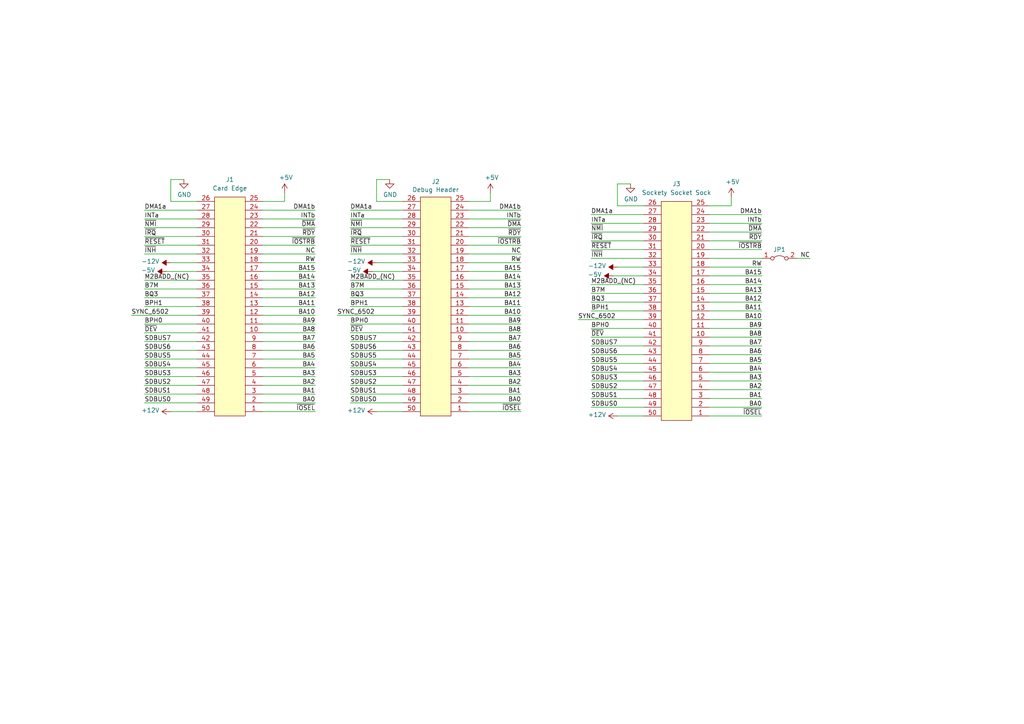
<source format=kicad_sch>
(kicad_sch (version 20231120) (generator "eeschema") (generator_version "8.0")
  (paper "A4")
  (lib_symbols
    (symbol "Jumper:Jumper_2_Bridged" (pin_names (offset 0) hide)
      (property "Reference" "JP" (at 0 1.905 0))
      (property "Value" "Jumper_2_Bridged" (at 0 -2.54 0))
      (symbol "Jumper_2_Bridged_0_0"
        (circle (center -2.032 0) (radius 0.508))
        (circle (center 2.032 0) (radius 0.508))
      )
      (symbol "Jumper_2_Bridged_0_1"
        (arc (start 1.524 0.254) (mid 0 0.762) (end -1.524 0.254))
      )
      (symbol "Jumper_2_Bridged_1_1"
        (pin passive line (at -5.08 0 0) (length 2.54) (name "A") (number "1"))
        (pin passive line (at 5.08 0 180) (length 2.54) (name "B") (number "2"))
      )
    )
    (symbol "Mega IIe Rev3 Symbols:Apple_II_Slot" (pin_names (offset 1.016))
      (property "Reference" "J10" (at 0.635 34.925 0))
      (property "Value" "Apple_II_Slot" (at 0.635 32.6136 0))
      (symbol "Apple_II_Slot_0_0"
        (rectangle (start -3.81 30.48) (end 5.08 -33.02) (fill (type background)))
      )
      (symbol "Apple_II_Slot_1_1"
        (pin bidirectional line (at 10.16 -31.75 180) (length 5.08) (name "~") (number "1"))
        (pin bidirectional line (at 10.16 -8.89 180) (length 5.08) (name "~") (number "10"))
        (pin bidirectional line (at 10.16 -6.35 180) (length 5.08) (name "~") (number "11"))
        (pin bidirectional line (at 10.16 -3.81 180) (length 5.08) (name "~") (number "12"))
        (pin bidirectional line (at 10.16 -1.27 180) (length 5.08) (name "~") (number "13"))
        (pin bidirectional line (at 10.16 1.27 180) (length 5.08) (name "~") (number "14"))
        (pin bidirectional line (at 10.16 3.81 180) (length 5.08) (name "~") (number "15"))
        (pin bidirectional line (at 10.16 6.35 180) (length 5.08) (name "~") (number "16"))
        (pin bidirectional line (at 10.16 8.89 180) (length 5.08) (name "~") (number "17"))
        (pin bidirectional line (at 10.16 11.43 180) (length 5.08) (name "~") (number "18"))
        (pin bidirectional line (at 10.16 13.97 180) (length 5.08) (name "~") (number "19"))
        (pin bidirectional line (at 10.16 -29.21 180) (length 5.08) (name "~") (number "2"))
        (pin bidirectional line (at 10.16 16.51 180) (length 5.08) (name "~") (number "20"))
        (pin bidirectional line (at 10.16 19.05 180) (length 5.08) (name "~") (number "21"))
        (pin bidirectional line (at 10.16 21.59 180) (length 5.08) (name "~") (number "22"))
        (pin bidirectional line (at 10.16 24.13 180) (length 5.08) (name "~") (number "23"))
        (pin bidirectional line (at 10.16 26.67 180) (length 5.08) (name "~") (number "24"))
        (pin bidirectional line (at 10.16 29.21 180) (length 5.08) (name "~") (number "25"))
        (pin bidirectional line (at -8.89 29.21 0) (length 5.08) (name "~") (number "26"))
        (pin bidirectional line (at -8.89 26.67 0) (length 5.08) (name "~") (number "27"))
        (pin bidirectional line (at -8.89 24.13 0) (length 5.08) (name "~") (number "28"))
        (pin bidirectional line (at -8.89 21.59 0) (length 5.08) (name "~") (number "29"))
        (pin bidirectional line (at 10.16 -26.67 180) (length 5.08) (name "~") (number "3"))
        (pin bidirectional line (at -8.89 19.05 0) (length 5.08) (name "") (number "30"))
        (pin bidirectional line (at -8.89 16.51 0) (length 5.08) (name "~") (number "31"))
        (pin bidirectional line (at -8.89 13.97 0) (length 5.08) (name "~") (number "32"))
        (pin bidirectional line (at -8.89 11.43 0) (length 5.08) (name "~") (number "33"))
        (pin bidirectional line (at -8.89 8.89 0) (length 5.08) (name "~") (number "34"))
        (pin bidirectional line (at -8.89 6.35 0) (length 5.08) (name "~") (number "35"))
        (pin bidirectional line (at -8.89 3.81 0) (length 5.08) (name "~") (number "36"))
        (pin bidirectional line (at -8.89 1.27 0) (length 5.08) (name "~") (number "37"))
        (pin bidirectional line (at -8.89 -1.27 0) (length 5.08) (name "~") (number "38"))
        (pin bidirectional line (at -8.89 -3.81 0) (length 5.08) (name "~") (number "39"))
        (pin bidirectional line (at 10.16 -24.13 180) (length 5.08) (name "~") (number "4"))
        (pin bidirectional line (at -8.89 -6.35 0) (length 5.08) (name "~") (number "40"))
        (pin bidirectional line (at -8.89 -8.89 0) (length 5.08) (name "~") (number "41"))
        (pin bidirectional line (at -8.89 -11.43 0) (length 5.08) (name "~") (number "42"))
        (pin bidirectional line (at -8.89 -13.97 0) (length 5.08) (name "~") (number "43"))
        (pin bidirectional line (at -8.89 -16.51 0) (length 5.08) (name "~") (number "44"))
        (pin bidirectional line (at -8.89 -19.05 0) (length 5.08) (name "~") (number "45"))
        (pin bidirectional line (at -8.89 -21.59 0) (length 5.08) (name "~") (number "46"))
        (pin bidirectional line (at -8.89 -24.13 0) (length 5.08) (name "~") (number "47"))
        (pin bidirectional line (at -8.89 -26.67 0) (length 5.08) (name "~") (number "48"))
        (pin bidirectional line (at -8.89 -29.21 0) (length 5.08) (name "~") (number "49"))
        (pin bidirectional line (at 10.16 -21.59 180) (length 5.08) (name "~") (number "5"))
        (pin bidirectional line (at -8.89 -31.75 0) (length 5.08) (name "~") (number "50"))
        (pin bidirectional line (at 10.16 -19.05 180) (length 5.08) (name "~") (number "6"))
        (pin bidirectional line (at 10.16 -16.51 180) (length 5.08) (name "~") (number "7"))
        (pin bidirectional line (at 10.16 -13.97 180) (length 5.08) (name "~") (number "8"))
        (pin bidirectional line (at 10.16 -11.43 180) (length 5.08) (name "~") (number "9"))
      )
    )
    (symbol "My Library:Apple_II_Slot" (pin_names (offset 1.016))
      (property "Reference" "J10" (at 0.635 34.925 0))
      (property "Value" "Apple_II_Slot" (at 0.635 32.6136 0))
      (symbol "Apple_II_Slot_0_0"
        (rectangle (start -3.81 30.48) (end 5.08 -33.02) (fill (type background)))
      )
      (symbol "Apple_II_Slot_1_1"
        (pin bidirectional line (at 10.16 -31.75 180) (length 5.08) (name "~") (number "1"))
        (pin bidirectional line (at 10.16 -8.89 180) (length 5.08) (name "~") (number "10"))
        (pin bidirectional line (at 10.16 -6.35 180) (length 5.08) (name "~") (number "11"))
        (pin bidirectional line (at 10.16 -3.81 180) (length 5.08) (name "~") (number "12"))
        (pin bidirectional line (at 10.16 -1.27 180) (length 5.08) (name "~") (number "13"))
        (pin bidirectional line (at 10.16 1.27 180) (length 5.08) (name "~") (number "14"))
        (pin bidirectional line (at 10.16 3.81 180) (length 5.08) (name "~") (number "15"))
        (pin bidirectional line (at 10.16 6.35 180) (length 5.08) (name "~") (number "16"))
        (pin bidirectional line (at 10.16 8.89 180) (length 5.08) (name "~") (number "17"))
        (pin bidirectional line (at 10.16 11.43 180) (length 5.08) (name "~") (number "18"))
        (pin bidirectional line (at 10.16 13.97 180) (length 5.08) (name "~") (number "19"))
        (pin bidirectional line (at 10.16 -29.21 180) (length 5.08) (name "~") (number "2"))
        (pin bidirectional line (at 10.16 16.51 180) (length 5.08) (name "~") (number "20"))
        (pin bidirectional line (at 10.16 19.05 180) (length 5.08) (name "~") (number "21"))
        (pin bidirectional line (at 10.16 21.59 180) (length 5.08) (name "~") (number "22"))
        (pin bidirectional line (at 10.16 24.13 180) (length 5.08) (name "~") (number "23"))
        (pin bidirectional line (at 10.16 26.67 180) (length 5.08) (name "~") (number "24"))
        (pin bidirectional line (at 10.16 29.21 180) (length 5.08) (name "~") (number "25"))
        (pin bidirectional line (at -8.89 29.21 0) (length 5.08) (name "~") (number "26"))
        (pin bidirectional line (at -8.89 26.67 0) (length 5.08) (name "~") (number "27"))
        (pin bidirectional line (at -8.89 24.13 0) (length 5.08) (name "~") (number "28"))
        (pin bidirectional line (at -8.89 21.59 0) (length 5.08) (name "~") (number "29"))
        (pin bidirectional line (at 10.16 -26.67 180) (length 5.08) (name "~") (number "3"))
        (pin bidirectional line (at -8.89 19.05 0) (length 5.08) (name "") (number "30"))
        (pin bidirectional line (at -8.89 16.51 0) (length 5.08) (name "~") (number "31"))
        (pin bidirectional line (at -8.89 13.97 0) (length 5.08) (name "~") (number "32"))
        (pin bidirectional line (at -8.89 11.43 0) (length 5.08) (name "~") (number "33"))
        (pin bidirectional line (at -8.89 8.89 0) (length 5.08) (name "~") (number "34"))
        (pin bidirectional line (at -8.89 6.35 0) (length 5.08) (name "~") (number "35"))
        (pin bidirectional line (at -8.89 3.81 0) (length 5.08) (name "~") (number "36"))
        (pin bidirectional line (at -8.89 1.27 0) (length 5.08) (name "~") (number "37"))
        (pin bidirectional line (at -8.89 -1.27 0) (length 5.08) (name "~") (number "38"))
        (pin bidirectional line (at -8.89 -3.81 0) (length 5.08) (name "~") (number "39"))
        (pin bidirectional line (at 10.16 -24.13 180) (length 5.08) (name "~") (number "4"))
        (pin bidirectional line (at -8.89 -6.35 0) (length 5.08) (name "~") (number "40"))
        (pin bidirectional line (at -8.89 -8.89 0) (length 5.08) (name "~") (number "41"))
        (pin bidirectional line (at -8.89 -11.43 0) (length 5.08) (name "~") (number "42"))
        (pin bidirectional line (at -8.89 -13.97 0) (length 5.08) (name "~") (number "43"))
        (pin bidirectional line (at -8.89 -16.51 0) (length 5.08) (name "~") (number "44"))
        (pin bidirectional line (at -8.89 -19.05 0) (length 5.08) (name "~") (number "45"))
        (pin bidirectional line (at -8.89 -21.59 0) (length 5.08) (name "~") (number "46"))
        (pin bidirectional line (at -8.89 -24.13 0) (length 5.08) (name "~") (number "47"))
        (pin bidirectional line (at -8.89 -26.67 0) (length 5.08) (name "~") (number "48"))
        (pin bidirectional line (at -8.89 -29.21 0) (length 5.08) (name "~") (number "49"))
        (pin bidirectional line (at 10.16 -21.59 180) (length 5.08) (name "~") (number "5"))
        (pin bidirectional line (at -8.89 -31.75 0) (length 5.08) (name "~") (number "50"))
        (pin bidirectional line (at 10.16 -19.05 180) (length 5.08) (name "~") (number "6"))
        (pin bidirectional line (at 10.16 -16.51 180) (length 5.08) (name "~") (number "7"))
        (pin bidirectional line (at 10.16 -13.97 180) (length 5.08) (name "~") (number "8"))
        (pin bidirectional line (at 10.16 -11.43 180) (length 5.08) (name "~") (number "9"))
      )
    )
    (symbol "power:+12V" (power) (pin_names (offset 0))
      (property "Value" "+12V" (at 0 3.556 0))
      (symbol "+12V_0_1"
        (polyline (pts (xy -0.762 1.27) (xy 0 2.54)))
        (polyline (pts (xy 0 0) (xy 0 2.54)))
        (polyline (pts (xy 0 2.54) (xy 0.762 1.27)))
      )
      (symbol "+12V_1_1"
        (pin power_in line (at 0 0 90) (length 0) hide (name "+12V") (number "1"))
      )
    )
    (symbol "power:+5V" (power) (pin_names (offset 0))
      (property "Value" "+5V" (at 0 3.556 0))
      (symbol "+5V_0_1"
        (polyline (pts (xy -0.762 1.27) (xy 0 2.54)))
        (polyline (pts (xy 0 0) (xy 0 2.54)))
        (polyline (pts (xy 0 2.54) (xy 0.762 1.27)))
      )
      (symbol "+5V_1_1"
        (pin power_in line (at 0 0 90) (length 0) hide (name "+5V") (number "1"))
      )
    )
    (symbol "power:-12V" (power) (pin_names (offset 0))
      (property "Value" "-12V" (at 0 3.81 0))
      (symbol "-12V_0_0"
        (pin power_in line (at 0 0 90) (length 0) hide (name "-12V") (number "1"))
      )
      (symbol "-12V_0_1"
        (polyline (pts (xy 0 0) (xy 0 1.27) (xy 0.762 1.27) (xy 0 2.54) (xy -0.762 1.27) (xy 0 1.27)) (fill (type outline)))
      )
    )
    (symbol "power:-5V" (power) (pin_names (offset 0))
      (property "Value" "-5V" (at 0 3.81 0))
      (symbol "-5V_0_0"
        (pin power_in line (at 0 0 90) (length 0) hide (name "-5V") (number "1"))
      )
      (symbol "-5V_0_1"
        (polyline (pts (xy 0 0) (xy 0 1.27) (xy 0.762 1.27) (xy 0 2.54) (xy -0.762 1.27) (xy 0 1.27)) (fill (type outline)))
      )
    )
    (symbol "power:GND" (power) (pin_names (offset 0))
      (property "Value" "GND" (at 0 -3.81 0))
      (symbol "GND_0_1"
        (polyline (pts (xy 0 0) (xy 0 -1.27) (xy 1.27 -1.27) (xy 0 -2.54) (xy -1.27 -1.27) (xy 0 -1.27)))
      )
      (symbol "GND_1_1"
        (pin power_in line (at 0 0 270) (length 0) hide (name "GND") (number "1"))
      )
    )
  )
  (wire (pts (xy 171.45 110.49) (xy 186.69 110.49)))
  (wire (pts (xy 76.2 114.3) (xy 91.44 114.3)))
  (wire (pts (xy 135.89 76.2) (xy 151.13 76.2)))
  (wire (pts (xy 205.74 105.41) (xy 220.98 105.41)))
  (wire (pts (xy 101.6 114.3) (xy 116.84 114.3)))
  (wire (pts (xy 76.2 66.04) (xy 91.44 66.04)))
  (wire (pts (xy 135.89 119.38) (xy 151.13 119.38)))
  (wire (pts (xy 57.15 66.04) (xy 41.91 66.04)))
  (wire (pts (xy 205.74 62.23) (xy 220.98 62.23)))
  (wire (pts (xy 101.6 101.6) (xy 116.84 101.6)))
  (wire (pts (xy 49.53 52.07) (xy 53.34 52.07)))
  (wire (pts (xy 76.2 81.28) (xy 91.44 81.28)))
  (wire (pts (xy 109.22 119.38) (xy 116.84 119.38)))
  (wire (pts (xy 171.45 100.33) (xy 186.69 100.33)))
  (wire (pts (xy 116.84 81.28) (xy 101.6 81.28)))
  (wire (pts (xy 142.24 55.88) (xy 142.24 58.42)))
  (wire (pts (xy 171.45 118.11) (xy 186.69 118.11)))
  (wire (pts (xy 41.91 99.06) (xy 57.15 99.06)))
  (wire (pts (xy 212.09 57.15) (xy 212.09 59.69)))
  (wire (pts (xy 231.14 74.93) (xy 234.95 74.93)))
  (wire (pts (xy 48.26 78.74) (xy 57.15 78.74)))
  (wire (pts (xy 186.69 72.39) (xy 171.45 72.39)))
  (wire (pts (xy 205.74 82.55) (xy 220.98 82.55)))
  (wire (pts (xy 205.74 102.87) (xy 220.98 102.87)))
  (wire (pts (xy 179.07 53.34) (xy 182.88 53.34)))
  (wire (pts (xy 171.45 97.79) (xy 186.69 97.79)))
  (wire (pts (xy 57.15 73.66) (xy 41.91 73.66)))
  (wire (pts (xy 205.74 115.57) (xy 220.98 115.57)))
  (wire (pts (xy 135.89 111.76) (xy 151.13 111.76)))
  (wire (pts (xy 109.22 52.07) (xy 113.03 52.07)))
  (wire (pts (xy 76.2 109.22) (xy 91.44 109.22)))
  (wire (pts (xy 171.45 115.57) (xy 186.69 115.57)))
  (wire (pts (xy 76.2 96.52) (xy 91.44 96.52)))
  (wire (pts (xy 186.69 69.85) (xy 171.45 69.85)))
  (wire (pts (xy 101.6 104.14) (xy 116.84 104.14)))
  (wire (pts (xy 135.89 88.9) (xy 151.13 88.9)))
  (wire (pts (xy 41.91 86.36) (xy 57.15 86.36)))
  (wire (pts (xy 101.6 111.76) (xy 116.84 111.76)))
  (wire (pts (xy 57.15 58.42) (xy 49.53 58.42)))
  (wire (pts (xy 171.45 62.23) (xy 186.69 62.23)))
  (wire (pts (xy 101.6 96.52) (xy 116.84 96.52)))
  (wire (pts (xy 76.2 88.9) (xy 91.44 88.9)))
  (wire (pts (xy 76.2 73.66) (xy 91.44 73.66)))
  (wire (pts (xy 41.91 93.98) (xy 57.15 93.98)))
  (wire (pts (xy 41.91 60.96) (xy 57.15 60.96)))
  (wire (pts (xy 76.2 83.82) (xy 91.44 83.82)))
  (wire (pts (xy 41.91 111.76) (xy 57.15 111.76)))
  (wire (pts (xy 49.53 58.42) (xy 49.53 52.07)))
  (wire (pts (xy 97.79 91.44) (xy 116.84 91.44)))
  (wire (pts (xy 76.2 104.14) (xy 91.44 104.14)))
  (wire (pts (xy 49.53 76.2) (xy 57.15 76.2)))
  (wire (pts (xy 135.89 114.3) (xy 151.13 114.3)))
  (wire (pts (xy 205.74 118.11) (xy 220.98 118.11)))
  (wire (pts (xy 205.74 87.63) (xy 220.98 87.63)))
  (wire (pts (xy 101.6 116.84) (xy 116.84 116.84)))
  (wire (pts (xy 57.15 68.58) (xy 41.91 68.58)))
  (wire (pts (xy 205.74 110.49) (xy 220.98 110.49)))
  (wire (pts (xy 101.6 99.06) (xy 116.84 99.06)))
  (wire (pts (xy 171.45 95.25) (xy 186.69 95.25)))
  (wire (pts (xy 41.91 88.9) (xy 57.15 88.9)))
  (wire (pts (xy 135.89 104.14) (xy 151.13 104.14)))
  (wire (pts (xy 57.15 83.82) (xy 41.91 83.82)))
  (wire (pts (xy 76.2 91.44) (xy 91.44 91.44)))
  (wire (pts (xy 135.89 93.98) (xy 151.13 93.98)))
  (wire (pts (xy 116.84 83.82) (xy 101.6 83.82)))
  (wire (pts (xy 135.89 106.68) (xy 151.13 106.68)))
  (wire (pts (xy 76.2 68.58) (xy 91.44 68.58)))
  (wire (pts (xy 101.6 60.96) (xy 116.84 60.96)))
  (wire (pts (xy 116.84 71.12) (xy 101.6 71.12)))
  (wire (pts (xy 205.74 69.85) (xy 220.98 69.85)))
  (wire (pts (xy 171.45 113.03) (xy 186.69 113.03)))
  (wire (pts (xy 101.6 93.98) (xy 116.84 93.98)))
  (wire (pts (xy 116.84 58.42) (xy 109.22 58.42)))
  (wire (pts (xy 135.89 109.22) (xy 151.13 109.22)))
  (wire (pts (xy 171.45 107.95) (xy 186.69 107.95)))
  (wire (pts (xy 205.74 64.77) (xy 220.98 64.77)))
  (wire (pts (xy 109.22 76.2) (xy 116.84 76.2)))
  (wire (pts (xy 171.45 102.87) (xy 186.69 102.87)))
  (wire (pts (xy 205.74 85.09) (xy 220.98 85.09)))
  (wire (pts (xy 205.74 67.31) (xy 220.98 67.31)))
  (wire (pts (xy 177.8 80.01) (xy 186.69 80.01)))
  (wire (pts (xy 41.91 101.6) (xy 57.15 101.6)))
  (wire (pts (xy 135.89 68.58) (xy 151.13 68.58)))
  (wire (pts (xy 76.2 101.6) (xy 91.44 101.6)))
  (wire (pts (xy 205.74 113.03) (xy 220.98 113.03)))
  (wire (pts (xy 186.69 82.55) (xy 171.45 82.55)))
  (wire (pts (xy 135.89 66.04) (xy 151.13 66.04)))
  (wire (pts (xy 76.2 119.38) (xy 91.44 119.38)))
  (wire (pts (xy 41.91 63.5) (xy 57.15 63.5)))
  (wire (pts (xy 82.55 55.88) (xy 82.55 58.42)))
  (wire (pts (xy 186.69 74.93) (xy 171.45 74.93)))
  (wire (pts (xy 116.84 73.66) (xy 101.6 73.66)))
  (wire (pts (xy 76.2 93.98) (xy 91.44 93.98)))
  (wire (pts (xy 135.89 81.28) (xy 151.13 81.28)))
  (wire (pts (xy 76.2 76.2) (xy 91.44 76.2)))
  (wire (pts (xy 205.74 92.71) (xy 220.98 92.71)))
  (wire (pts (xy 76.2 111.76) (xy 91.44 111.76)))
  (wire (pts (xy 205.74 77.47) (xy 220.98 77.47)))
  (wire (pts (xy 101.6 63.5) (xy 116.84 63.5)))
  (wire (pts (xy 205.74 97.79) (xy 220.98 97.79)))
  (wire (pts (xy 41.91 116.84) (xy 57.15 116.84)))
  (wire (pts (xy 135.89 101.6) (xy 151.13 101.6)))
  (wire (pts (xy 171.45 64.77) (xy 186.69 64.77)))
  (wire (pts (xy 76.2 78.74) (xy 91.44 78.74)))
  (wire (pts (xy 135.89 91.44) (xy 151.13 91.44)))
  (wire (pts (xy 179.07 59.69) (xy 179.07 53.34)))
  (wire (pts (xy 41.91 106.68) (xy 57.15 106.68)))
  (wire (pts (xy 205.74 100.33) (xy 220.98 100.33)))
  (wire (pts (xy 135.89 116.84) (xy 151.13 116.84)))
  (wire (pts (xy 186.69 67.31) (xy 171.45 67.31)))
  (wire (pts (xy 205.74 74.93) (xy 220.98 74.93)))
  (wire (pts (xy 38.1 91.44) (xy 57.15 91.44)))
  (wire (pts (xy 109.22 58.42) (xy 109.22 52.07)))
  (wire (pts (xy 76.2 86.36) (xy 91.44 86.36)))
  (wire (pts (xy 205.74 90.17) (xy 220.98 90.17)))
  (wire (pts (xy 107.95 78.74) (xy 116.84 78.74)))
  (wire (pts (xy 101.6 109.22) (xy 116.84 109.22)))
  (wire (pts (xy 76.2 71.12) (xy 91.44 71.12)))
  (wire (pts (xy 41.91 109.22) (xy 57.15 109.22)))
  (wire (pts (xy 186.69 59.69) (xy 179.07 59.69)))
  (wire (pts (xy 101.6 86.36) (xy 116.84 86.36)))
  (wire (pts (xy 76.2 63.5) (xy 91.44 63.5)))
  (wire (pts (xy 135.89 86.36) (xy 151.13 86.36)))
  (wire (pts (xy 171.45 105.41) (xy 186.69 105.41)))
  (wire (pts (xy 179.07 77.47) (xy 186.69 77.47)))
  (wire (pts (xy 101.6 106.68) (xy 116.84 106.68)))
  (wire (pts (xy 135.89 71.12) (xy 151.13 71.12)))
  (wire (pts (xy 76.2 99.06) (xy 91.44 99.06)))
  (wire (pts (xy 167.64 92.71) (xy 186.69 92.71)))
  (wire (pts (xy 57.15 71.12) (xy 41.91 71.12)))
  (wire (pts (xy 41.91 114.3) (xy 57.15 114.3)))
  (wire (pts (xy 76.2 60.96) (xy 91.44 60.96)))
  (wire (pts (xy 135.89 78.74) (xy 151.13 78.74)))
  (wire (pts (xy 135.89 63.5) (xy 151.13 63.5)))
  (wire (pts (xy 41.91 96.52) (xy 57.15 96.52)))
  (wire (pts (xy 212.09 59.69) (xy 205.74 59.69)))
  (wire (pts (xy 116.84 66.04) (xy 101.6 66.04)))
  (wire (pts (xy 135.89 60.96) (xy 151.13 60.96)))
  (wire (pts (xy 41.91 104.14) (xy 57.15 104.14)))
  (wire (pts (xy 82.55 58.42) (xy 76.2 58.42)))
  (wire (pts (xy 135.89 83.82) (xy 151.13 83.82)))
  (wire (pts (xy 205.74 95.25) (xy 220.98 95.25)))
  (wire (pts (xy 205.74 80.01) (xy 220.98 80.01)))
  (wire (pts (xy 179.07 120.65) (xy 186.69 120.65)))
  (wire (pts (xy 57.15 81.28) (xy 41.91 81.28)))
  (wire (pts (xy 135.89 73.66) (xy 151.13 73.66)))
  (wire (pts (xy 205.74 72.39) (xy 220.98 72.39)))
  (wire (pts (xy 116.84 68.58) (xy 101.6 68.58)))
  (wire (pts (xy 76.2 116.84) (xy 91.44 116.84)))
  (wire (pts (xy 171.45 87.63) (xy 186.69 87.63)))
  (wire (pts (xy 49.53 119.38) (xy 57.15 119.38)))
  (wire (pts (xy 205.74 120.65) (xy 220.98 120.65)))
  (wire (pts (xy 142.24 58.42) (xy 135.89 58.42)))
  (wire (pts (xy 135.89 99.06) (xy 151.13 99.06)))
  (wire (pts (xy 135.89 96.52) (xy 151.13 96.52)))
  (wire (pts (xy 205.74 107.95) (xy 220.98 107.95)))
  (wire (pts (xy 186.69 85.09) (xy 171.45 85.09)))
  (wire (pts (xy 76.2 106.68) (xy 91.44 106.68)))
  (wire (pts (xy 101.6 88.9) (xy 116.84 88.9)))
  (wire (pts (xy 171.45 90.17) (xy 186.69 90.17)))
  (label "~{DMA}" (at 151.13 66.04 180))
  (label "~{DEV}" (at 171.45 97.79 0))
  (label "BPH0" (at 101.6 93.98 0))
  (label "SDBUS0" (at 101.6 116.84 0))
  (label "SDBUS1" (at 101.6 114.3 0))
  (label "SDBUS1" (at 41.91 114.3 0))
  (label "~{INH}" (at 171.45 74.93 0))
  (label "BA5" (at 220.98 105.41 180))
  (label "BA7" (at 151.13 99.06 180))
  (label "~{DEV}" (at 41.91 96.52 0))
  (label "BA11" (at 91.44 88.9 180))
  (label "BA1" (at 91.44 114.3 180))
  (label "BA9" (at 91.44 93.98 180))
  (label "~{NMI}" (at 171.45 67.31 0))
  (label "SDBUS3" (at 101.6 109.22 0))
  (label "~{IRQ}" (at 171.45 69.85 0))
  (label "~{RDY}" (at 91.44 68.58 180))
  (label "BA11" (at 220.98 90.17 180))
  (label "M2BADD_(NC)" (at 171.45 82.55 0))
  (label "BA13" (at 220.98 85.09 180))
  (label "BA9" (at 151.13 93.98 180))
  (label "~{RESET}" (at 101.6 71.12 0))
  (label "BQ3" (at 41.91 86.36 0))
  (label "BPH1" (at 101.6 88.9 0))
  (label "~{INH}" (at 101.6 73.66 0))
  (label "BA0" (at 91.44 116.84 180))
  (label "BA7" (at 220.98 100.33 180))
  (label "~{RDY}" (at 151.13 68.58 180))
  (label "~{INH}" (at 41.91 73.66 0))
  (label "SDBUS4" (at 101.6 106.68 0))
  (label "BA5" (at 151.13 104.14 180))
  (label "SDBUS3" (at 171.45 110.49 0))
  (label "SDBUS0" (at 171.45 118.11 0))
  (label "~{NMI}" (at 101.6 66.04 0))
  (label "BA3" (at 151.13 109.22 180))
  (label "INTb" (at 91.44 63.5 180))
  (label "DMA1b" (at 151.13 60.96 180))
  (label "BA8" (at 220.98 97.79 180))
  (label "M2BADD_(NC)" (at 101.6 81.28 0))
  (label "B7M" (at 171.45 85.09 0))
  (label "~{RESET}" (at 41.91 71.12 0))
  (label "~{IRQ}" (at 41.91 68.58 0))
  (label "SDBUS4" (at 171.45 107.95 0))
  (label "BA15" (at 91.44 78.74 180))
  (label "BA0" (at 220.98 118.11 180))
  (label "~{IOSEL}" (at 91.44 119.38 180))
  (label "BA3" (at 220.98 110.49 180))
  (label "SDBUS6" (at 101.6 101.6 0))
  (label "BQ3" (at 101.6 86.36 0))
  (label "BA12" (at 151.13 86.36 180))
  (label "SDBUS4" (at 41.91 106.68 0))
  (label "DMA1a" (at 41.91 60.96 0))
  (label "RW" (at 220.98 77.47 180))
  (label "~{IOSTRB}" (at 91.44 71.12 180))
  (label "~{IOSTRB}" (at 220.98 72.39 180))
  (label "SYNC_6502" (at 97.79 91.44 0))
  (label "DMA1b" (at 220.98 62.23 180))
  (label "NC" (at 91.44 73.66 180))
  (label "SDBUS5" (at 171.45 105.41 0))
  (label "SDBUS7" (at 171.45 100.33 0))
  (label "~{NMI}" (at 41.91 66.04 0))
  (label "SDBUS5" (at 101.6 104.14 0))
  (label "BA2" (at 91.44 111.76 180))
  (label "SDBUS2" (at 171.45 113.03 0))
  (label "BPH1" (at 41.91 88.9 0))
  (label "BA2" (at 220.98 113.03 180))
  (label "BA14" (at 220.98 82.55 180))
  (label "NC" (at 234.95 74.93 180))
  (label "DMA1a" (at 171.45 62.23 0))
  (label "~{IOSEL}" (at 151.13 119.38 180))
  (label "SDBUS5" (at 41.91 104.14 0))
  (label "BA7" (at 91.44 99.06 180))
  (label "BA6" (at 91.44 101.6 180))
  (label "BA6" (at 151.13 101.6 180))
  (label "~{IOSTRB}" (at 151.13 71.12 180))
  (label "BA14" (at 91.44 81.28 180))
  (label "BPH0" (at 41.91 93.98 0))
  (label "BA3" (at 91.44 109.22 180))
  (label "DMA1a" (at 101.6 60.96 0))
  (label "SYNC_6502" (at 167.64 92.71 0))
  (label "SDBUS3" (at 41.91 109.22 0))
  (label "BA8" (at 151.13 96.52 180))
  (label "BA9" (at 220.98 95.25 180))
  (label "INTb" (at 220.98 64.77 180))
  (label "BA14" (at 151.13 81.28 180))
  (label "M2BADD_(NC)" (at 41.91 81.28 0))
  (label "BA10" (at 91.44 91.44 180))
  (label "BA13" (at 151.13 83.82 180))
  (label "BA13" (at 91.44 83.82 180))
  (label "BA5" (at 91.44 104.14 180))
  (label "BA0" (at 151.13 116.84 180))
  (label "BA11" (at 151.13 88.9 180))
  (label "~{DEV}" (at 101.6 96.52 0))
  (label "BA4" (at 151.13 106.68 180))
  (label "NC" (at 151.13 73.66 180))
  (label "BA12" (at 91.44 86.36 180))
  (label "DMA1b" (at 91.44 60.96 180))
  (label "BQ3" (at 171.45 87.63 0))
  (label "BA15" (at 220.98 80.01 180))
  (label "INTa" (at 41.91 63.5 0))
  (label "SDBUS7" (at 41.91 99.06 0))
  (label "SDBUS0" (at 41.91 116.84 0))
  (label "BA4" (at 220.98 107.95 180))
  (label "~{DMA}" (at 220.98 67.31 180))
  (label "B7M" (at 41.91 83.82 0))
  (label "INTb" (at 151.13 63.5 180))
  (label "~{RDY}" (at 220.98 69.85 180))
  (label "INTa" (at 101.6 63.5 0))
  (label "BA15" (at 151.13 78.74 180))
  (label "INTa" (at 171.45 64.77 0))
  (label "BPH0" (at 171.45 95.25 0))
  (label "BA6" (at 220.98 102.87 180))
  (label "~{DMA}" (at 91.44 66.04 180))
  (label "B7M" (at 101.6 83.82 0))
  (label "SDBUS2" (at 41.91 111.76 0))
  (label "SDBUS2" (at 101.6 111.76 0))
  (label "SDBUS7" (at 101.6 99.06 0))
  (label "~{IOSEL}" (at 220.98 120.65 180))
  (label "~{RESET}" (at 171.45 72.39 0))
  (label "BA2" (at 151.13 111.76 180))
  (label "RW" (at 91.44 76.2 180))
  (label "RW" (at 151.13 76.2 180))
  (label "~{IRQ}" (at 101.6 68.58 0))
  (label "BA4" (at 91.44 106.68 180))
  (label "BPH1" (at 171.45 90.17 0))
  (label "BA1" (at 151.13 114.3 180))
  (label "SYNC_6502" (at 38.1 91.44 0))
  (label "SDBUS6" (at 41.91 101.6 0))
  (label "BA10" (at 220.98 92.71 180))
  (label "BA1" (at 220.98 115.57 180))
  (label "SDBUS1" (at 171.45 115.57 0))
  (label "BA8" (at 91.44 96.52 180))
  (label "BA12" (at 220.98 87.63 180))
  (label "SDBUS6" (at 171.45 102.87 0))
  (label "BA10" (at 151.13 91.44 180))
  (symbol (lib_id "power:-5V") (at 48.26 78.74 90) (unit 1)
    (property "Reference" "#PWR06" (effects (hide yes)))
    (property "Value" "-5V" (at 45.0088 78.359 90) (effects (justify left)))
  )
  (symbol (lib_id "power:+12V") (at 179.07 120.65 90) (unit 1)
    (property "Reference" "#PWR014" (effects (hide yes)))
    (property "Value" "+12V" (at 175.8188 120.269 90) (effects (justify left)))
  )
  (symbol (lib_id "Jumper:Jumper_2_Bridged") (at 226.06 74.93 0) (unit 1)
    (property "Reference" "JP1" (at 226.06 72.39 0))
    (property "Value" "Jumper_2_Bridged" (effects (hide yes)))
    (property "Footprint" "Jumper:SolderJumper-2_P1.3mm_Bridged_RoundedPad1.0x1.5mm" (effects (hide yes)))
    (property "Description" "Jumper, 2-pole, closed/bridged" (effects (hide yes)))
  )
  (symbol (lib_id "power:+5V") (at 82.55 55.88 0) (unit 1)
    (property "Reference" "#PWR010" (effects (hide yes)))
    (property "Value" "+5V" (at 82.931 51.4858 0))
  )
  (symbol (lib_id "power:GND") (at 53.34 52.07 0) (unit 1)
    (property "Reference" "#PWR09" (effects (hide yes)))
    (property "Value" "GND" (at 53.467 56.4642 0))
  )
  (symbol (lib_id "power:-12V") (at 179.07 77.47 90) (unit 1)
    (property "Reference" "#PWR013" (effects (hide yes)))
    (property "Value" "-12V" (at 175.8188 77.089 90) (effects (justify left)))
  )
  (symbol (lib_id "Mega IIe Rev3 Symbols:Apple_II_Slot") (at 125.73 87.63 0) (unit 1)
    (property "Reference" "J2" (at 126.365 52.705 0))
    (property "Value" "Debug Header" (at 126.365 55.0164 0))
    (property "Footprint" "Connector_PinHeader_2.54mm:PinHeader_2x25_P2.54mm_Vertical" (effects (hide yes)))
    (property "Field4" "My Libraries:Amp_2358256-4_50pos_right_angle_card" (effects (hide yes)))
    (property "New MFN" "EBC25DCWN" (effects (hide yes)))
  )
  (symbol (lib_id "power:GND") (at 182.88 53.34 0) (unit 1)
    (property "Reference" "#PWR015" (effects (hide yes)))
    (property "Value" "GND" (at 183.007 57.7342 0))
  )
  (symbol (lib_id "power:+12V") (at 109.22 119.38 90) (unit 1)
    (property "Reference" "#PWR03" (effects (hide yes)))
    (property "Value" "+12V" (at 105.9688 118.999 90) (effects (justify left)))
  )
  (symbol (lib_id "power:-5V") (at 107.95 78.74 90) (unit 1)
    (property "Reference" "#PWR01" (effects (hide yes)))
    (property "Value" "-5V" (at 104.6988 78.359 90) (effects (justify left)))
  )
  (symbol (lib_id "power:-12V") (at 109.22 76.2 90) (unit 1)
    (property "Reference" "#PWR02" (effects (hide yes)))
    (property "Value" "-12V" (at 105.9688 75.819 90) (effects (justify left)))
  )
  (symbol (lib_id "power:-12V") (at 49.53 76.2 90) (unit 1)
    (property "Reference" "#PWR07" (effects (hide yes)))
    (property "Value" "-12V" (at 46.2788 75.819 90) (effects (justify left)))
  )
  (symbol (lib_id "power:+12V") (at 49.53 119.38 90) (unit 1)
    (property "Reference" "#PWR08" (effects (hide yes)))
    (property "Value" "+12V" (at 46.2788 118.999 90) (effects (justify left)))
  )
  (symbol (lib_id "My Library:Apple_II_Slot") (at 195.58 88.9 0) (unit 1)
    (property "Reference" "J3" (at 196.215 53.34 0))
    (property "Value" "Sockety Socket Sock" (at 196.215 55.88 0))
    (property "Footprint" "My Libraries:Amp_2358256-4_50pos_right_angle_card" (effects (hide yes)))
  )
  (symbol (lib_id "My Library:Apple_II_Slot") (at 66.04 87.63 0) (unit 1)
    (property "Reference" "J1" (at 66.675 52.07 0))
    (property "Value" "Card Edge" (at 66.675 54.61 0))
    (property "Footprint" "My Libraries:AppleIIBus" (effects (hide yes)))
  )
  (symbol (lib_id "power:GND") (at 113.03 52.07 0) (unit 1)
    (property "Reference" "#PWR04" (effects (hide yes)))
    (property "Value" "GND" (at 113.157 56.4642 0))
  )
  (symbol (lib_id "power:-5V") (at 177.8 80.01 90) (unit 1)
    (property "Reference" "#PWR012" (effects (hide yes)))
    (property "Value" "-5V" (at 174.5488 79.629 90) (effects (justify left)))
  )
  (symbol (lib_id "power:+5V") (at 212.09 57.15 0) (unit 1)
    (property "Reference" "#PWR011" (effects (hide yes)))
    (property "Value" "+5V" (at 212.471 52.7558 0))
  )
  (symbol (lib_id "power:+5V") (at 142.24 55.88 0) (unit 1)
    (property "Reference" "#PWR05" (effects (hide yes)))
    (property "Value" "+5V" (at 142.621 51.4858 0))
  )
)
</source>
